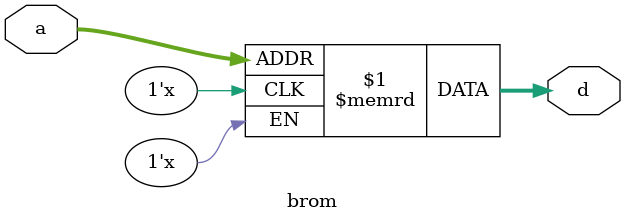
<source format=v>
`timescale 1ns / 1ps
`default_nettype wire
module brom(
    input [7:0] a,
    output [7:0] d
    );
    
    reg [7:0] brom_array [0:255]; // 256 Bytes BROM array
   
    // initial begin
        // $readmemh("bootrom.mif", brom_array, 0, 255);
    // end
    
    assign d = brom_array[a];

endmodule

</source>
